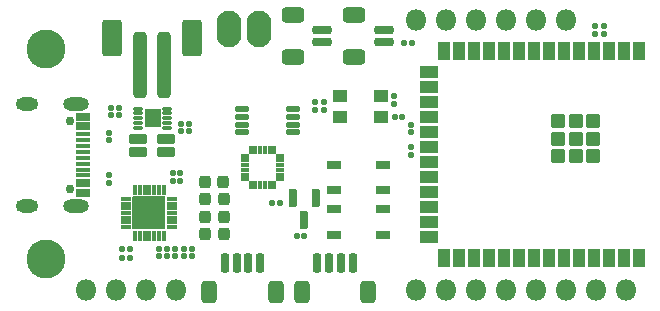
<source format=gbr>
%TF.GenerationSoftware,KiCad,Pcbnew,7.0.6*%
%TF.CreationDate,2023-10-17T01:06:07-04:00*%
%TF.ProjectId,tstick-5gw-pro-USB-V2-pcb,74737469-636b-42d3-9567-772d70726f2d,v0.0.2*%
%TF.SameCoordinates,Original*%
%TF.FileFunction,Soldermask,Top*%
%TF.FilePolarity,Negative*%
%FSLAX46Y46*%
G04 Gerber Fmt 4.6, Leading zero omitted, Abs format (unit mm)*
G04 Created by KiCad (PCBNEW 7.0.6) date 2023-10-17 01:06:07*
%MOMM*%
%LPD*%
G01*
G04 APERTURE LIST*
G04 Aperture macros list*
%AMRoundRect*
0 Rectangle with rounded corners*
0 $1 Rounding radius*
0 $2 $3 $4 $5 $6 $7 $8 $9 X,Y pos of 4 corners*
0 Add a 4 corners polygon primitive as box body*
4,1,4,$2,$3,$4,$5,$6,$7,$8,$9,$2,$3,0*
0 Add four circle primitives for the rounded corners*
1,1,$1+$1,$2,$3*
1,1,$1+$1,$4,$5*
1,1,$1+$1,$6,$7*
1,1,$1+$1,$8,$9*
0 Add four rect primitives between the rounded corners*
20,1,$1+$1,$2,$3,$4,$5,0*
20,1,$1+$1,$4,$5,$6,$7,0*
20,1,$1+$1,$6,$7,$8,$9,0*
20,1,$1+$1,$8,$9,$2,$3,0*%
G04 Aperture macros list end*
%ADD10RoundRect,0.300800X-0.250000X-2.500000X0.250000X-2.500000X0.250000X2.500000X-0.250000X2.500000X0*%
%ADD11RoundRect,0.300800X-0.550000X-1.250000X0.550000X-1.250000X0.550000X1.250000X-0.550000X1.250000X0*%
%ADD12RoundRect,0.150800X0.130000X0.100000X-0.130000X0.100000X-0.130000X-0.100000X0.130000X-0.100000X0*%
%ADD13RoundRect,0.150800X-0.130000X-0.100000X0.130000X-0.100000X0.130000X0.100000X-0.130000X0.100000X0*%
%ADD14RoundRect,0.150800X-0.100000X0.130000X-0.100000X-0.130000X0.100000X-0.130000X0.100000X0.130000X0*%
%ADD15RoundRect,0.150800X0.100000X-0.130000X0.100000X0.130000X-0.100000X0.130000X-0.100000X-0.130000X0*%
%ADD16O,2.101600X3.101600*%
%ADD17RoundRect,0.050800X0.525000X0.325000X-0.525000X0.325000X-0.525000X-0.325000X0.525000X-0.325000X0*%
%ADD18RoundRect,0.050800X-0.353199X-0.102000X0.353199X-0.102000X0.353199X0.102000X-0.353199X0.102000X0*%
%ADD19RoundRect,0.050800X-0.647700X-0.698500X0.647700X-0.698500X0.647700X0.698500X-0.647700X0.698500X0*%
%ADD20RoundRect,0.050800X0.327799X-0.102000X0.327799X0.102000X-0.327799X0.102000X-0.327799X-0.102000X0*%
%ADD21RoundRect,0.050800X-0.102000X-0.327799X0.102000X-0.327799X0.102000X0.327799X-0.102000X0.327799X0*%
%ADD22RoundRect,0.050800X-0.450000X0.750000X-0.450000X-0.750000X0.450000X-0.750000X0.450000X0.750000X0*%
%ADD23RoundRect,0.050800X-0.750000X-0.450000X0.750000X-0.450000X0.750000X0.450000X-0.750000X0.450000X0*%
%ADD24RoundRect,0.050800X0.450000X-0.750000X0.450000X0.750000X-0.450000X0.750000X-0.450000X-0.750000X0*%
%ADD25RoundRect,0.050800X0.500000X-0.500000X0.500000X0.500000X-0.500000X0.500000X-0.500000X-0.500000X0*%
%ADD26RoundRect,0.200800X0.150000X0.625000X-0.150000X0.625000X-0.150000X-0.625000X0.150000X-0.625000X0*%
%ADD27RoundRect,0.300800X0.350000X0.650000X-0.350000X0.650000X-0.350000X-0.650000X0.350000X-0.650000X0*%
%ADD28RoundRect,0.269550X-0.218750X-0.256250X0.218750X-0.256250X0.218750X0.256250X-0.218750X0.256250X0*%
%ADD29RoundRect,0.275800X0.225000X0.250000X-0.225000X0.250000X-0.225000X-0.250000X0.225000X-0.250000X0*%
%ADD30RoundRect,0.200800X0.625000X-0.150000X0.625000X0.150000X-0.625000X0.150000X-0.625000X-0.150000X0*%
%ADD31RoundRect,0.300800X0.650000X-0.350000X0.650000X0.350000X-0.650000X0.350000X-0.650000X-0.350000X0*%
%ADD32RoundRect,0.102000X0.500000X-0.425000X0.500000X0.425000X-0.500000X0.425000X-0.500000X-0.425000X0*%
%ADD33C,3.301600*%
%ADD34RoundRect,0.050800X0.403999X-0.102000X0.403999X0.102000X-0.403999X0.102000X-0.403999X-0.102000X0*%
%ADD35RoundRect,0.050800X-0.102000X-0.403999X0.102000X-0.403999X0.102000X0.403999X-0.102000X0.403999X0*%
%ADD36RoundRect,0.050800X-1.346200X-1.346200X1.346200X-1.346200X1.346200X1.346200X-1.346200X1.346200X0*%
%ADD37RoundRect,0.050800X-0.550000X-0.200000X0.550000X-0.200000X0.550000X0.200000X-0.550000X0.200000X0*%
%ADD38RoundRect,0.050800X-0.525000X-0.325000X0.525000X-0.325000X0.525000X0.325000X-0.525000X0.325000X0*%
%ADD39RoundRect,0.050800X0.671900X0.356000X-0.671900X0.356000X-0.671900X-0.356000X0.671900X-0.356000X0*%
%ADD40C,0.751600*%
%ADD41RoundRect,0.050800X-0.575000X0.300000X-0.575000X-0.300000X0.575000X-0.300000X0.575000X0.300000X0*%
%ADD42RoundRect,0.050800X-0.575000X0.150000X-0.575000X-0.150000X0.575000X-0.150000X0.575000X0.150000X0*%
%ADD43O,2.201600X1.101600*%
%ADD44O,1.901600X1.101600*%
%ADD45RoundRect,0.200800X-0.150000X0.587500X-0.150000X-0.587500X0.150000X-0.587500X0.150000X0.587500X0*%
%ADD46O,1.801600X1.801600*%
G04 APERTURE END LIST*
D10*
%TO.C,BT1*%
X111220000Y-52830000D03*
X113220000Y-52830000D03*
D11*
X108820000Y-50580000D03*
X115620000Y-50580000D03*
%TD*%
D12*
%TO.C,R23*%
X125125000Y-67350000D03*
X124485000Y-67350000D03*
%TD*%
D13*
%TO.C,R11*%
X113975000Y-61975000D03*
X114615000Y-61975000D03*
%TD*%
D14*
%TO.C,R18*%
X126050000Y-56008750D03*
X126050000Y-56648750D03*
%TD*%
D15*
%TO.C,R3*%
X115609300Y-69045000D03*
X115609300Y-68405000D03*
%TD*%
D16*
%TO.C,BT2*%
X118710000Y-49800000D03*
X121250000Y-49800000D03*
%TD*%
D15*
%TO.C,R19*%
X134160000Y-58540000D03*
X134160000Y-57900000D03*
%TD*%
%TO.C,CHARGLED1*%
X114899999Y-69030699D03*
X114899999Y-68390699D03*
%TD*%
D17*
%TO.C,SW2*%
X131800000Y-67200000D03*
X127650000Y-67200000D03*
X131800000Y-65050000D03*
X127650000Y-65050000D03*
%TD*%
D18*
%TO.C,FG1*%
X111077200Y-56550000D03*
X111077200Y-56950002D03*
X111077200Y-57350001D03*
X111077200Y-57750000D03*
X111077200Y-58150002D03*
X113460000Y-58150002D03*
X113460000Y-57750000D03*
X113460000Y-57350001D03*
X113460000Y-56950002D03*
X113460000Y-56550000D03*
D19*
X112268600Y-57350001D03*
%TD*%
D20*
%TO.C,IMU1*%
X120056800Y-60524999D03*
X120056800Y-60925001D03*
X120056800Y-61325000D03*
X120056800Y-61725000D03*
X120056800Y-62124999D03*
X120056800Y-62525001D03*
D21*
X120578399Y-63046600D03*
X120978401Y-63046600D03*
X121378400Y-63046600D03*
X121778400Y-63046600D03*
X122178399Y-63046600D03*
X122578401Y-63046600D03*
D20*
X123100000Y-62525001D03*
X123100000Y-62124999D03*
X123100000Y-61725000D03*
X123100000Y-61325000D03*
X123100000Y-60925001D03*
X123100000Y-60524999D03*
D21*
X122578401Y-60003400D03*
X122178399Y-60003400D03*
X121778400Y-60003400D03*
X121378400Y-60003400D03*
X120978401Y-60003400D03*
X120578399Y-60003400D03*
%TD*%
D22*
%TO.C,MCU1*%
X153430000Y-51700000D03*
X152160000Y-51700000D03*
X150890000Y-51700000D03*
X149620000Y-51700000D03*
X148350000Y-51700000D03*
X147080000Y-51700000D03*
X145810000Y-51700000D03*
X144540000Y-51700000D03*
X143270000Y-51700000D03*
X142000000Y-51700000D03*
X140730000Y-51700000D03*
X139460000Y-51700000D03*
X138190000Y-51700000D03*
X136920000Y-51700000D03*
D23*
X135670000Y-53465000D03*
X135670000Y-54735000D03*
X135670000Y-56005000D03*
X135670000Y-57275000D03*
X135670000Y-58545000D03*
X135670000Y-59815000D03*
X135670000Y-61085000D03*
X135670000Y-62355000D03*
X135670000Y-63625000D03*
X135670000Y-64895000D03*
X135670000Y-66165000D03*
X135670000Y-67435000D03*
D24*
X136920000Y-69200000D03*
X138190000Y-69200000D03*
X139460000Y-69200000D03*
X140730000Y-69200000D03*
X142000000Y-69200000D03*
X143270000Y-69200000D03*
X144540000Y-69200000D03*
X145810000Y-69200000D03*
X147080000Y-69200000D03*
X148350000Y-69200000D03*
X149620000Y-69200000D03*
X150890000Y-69200000D03*
X152160000Y-69200000D03*
X153430000Y-69200000D03*
D25*
X149580000Y-57590000D03*
X148080000Y-57590000D03*
X148080000Y-57590000D03*
X146580000Y-57590000D03*
X149580000Y-59090000D03*
X149580000Y-59090000D03*
X148080000Y-59090000D03*
X146580000Y-59090000D03*
X149580000Y-60590000D03*
X148080000Y-60590000D03*
X146580000Y-60590000D03*
%TD*%
D12*
%TO.C,R21*%
X123020000Y-64525000D03*
X122380000Y-64525000D03*
%TD*%
D15*
%TO.C,R6*%
X108590000Y-62840000D03*
X108590000Y-62200000D03*
%TD*%
%TO.C,R8*%
X112799999Y-69035699D03*
X112799999Y-68395699D03*
%TD*%
D26*
%TO.C,QWIIC1*%
X121390000Y-69570000D03*
X120390000Y-69570000D03*
X119390000Y-69570000D03*
X118390000Y-69570000D03*
D27*
X122690000Y-72095000D03*
X117090000Y-72095000D03*
%TD*%
D28*
%TO.C,L2*%
X116709300Y-64190700D03*
X118284300Y-64190700D03*
%TD*%
D26*
%TO.C,TrillExtensionInput1*%
X129210000Y-69570000D03*
X128210000Y-69570000D03*
X127210000Y-69570000D03*
X126210000Y-69570000D03*
D27*
X130510000Y-72095000D03*
X124910000Y-72095000D03*
%TD*%
D29*
%TO.C,C4*%
X118284300Y-67150700D03*
X116734300Y-67150700D03*
%TD*%
D15*
%TO.C,R4*%
X114199999Y-69035699D03*
X114199999Y-68395699D03*
%TD*%
D14*
%TO.C,C1*%
X115360000Y-57800000D03*
X115360000Y-58440000D03*
%TD*%
D30*
%TO.C,FSR1*%
X131885000Y-50890000D03*
X131885000Y-49890000D03*
D31*
X129360000Y-52190000D03*
X129360000Y-48590000D03*
%TD*%
D32*
%TO.C,PWLED1*%
X128100000Y-55475000D03*
X128100000Y-57225000D03*
X131600000Y-57225000D03*
X131600000Y-55475000D03*
%TD*%
D15*
%TO.C,C9*%
X149750000Y-50200000D03*
X149750000Y-49560000D03*
%TD*%
D30*
%TO.C,SW1*%
X126650000Y-50900000D03*
X126650000Y-49900000D03*
D31*
X124125000Y-52200000D03*
X124125000Y-48600000D03*
%TD*%
D14*
%TO.C,C13*%
X132725000Y-55480000D03*
X132725000Y-56120000D03*
%TD*%
D33*
%TO.C,H2*%
X103230000Y-69270000D03*
%TD*%
D14*
%TO.C,R9*%
X113499999Y-68395699D03*
X113499999Y-69035699D03*
%TD*%
D15*
%TO.C,R5*%
X150480000Y-50210000D03*
X150480000Y-49570000D03*
%TD*%
D33*
%TO.C,H1*%
X103230000Y-51490000D03*
%TD*%
D12*
%TO.C,C3*%
X110324999Y-69145699D03*
X109684999Y-69145699D03*
%TD*%
D15*
%TO.C,TH1*%
X109460000Y-57100000D03*
X109460000Y-56460000D03*
%TD*%
D14*
%TO.C,C14*%
X126770000Y-56008750D03*
X126770000Y-56648750D03*
%TD*%
D34*
%TO.C,U1*%
X110059299Y-64174999D03*
X110059299Y-64574998D03*
X110059299Y-64975000D03*
X110059299Y-65374999D03*
X110059299Y-65774998D03*
X110059299Y-66175000D03*
X110059299Y-66574999D03*
D35*
X110799999Y-67315699D03*
X111199998Y-67315699D03*
X111600000Y-67315699D03*
X111999999Y-67315699D03*
X112399998Y-67315699D03*
X112800000Y-67315699D03*
X113199999Y-67315699D03*
D34*
X113940699Y-66574999D03*
X113940699Y-66175000D03*
X113940699Y-65774998D03*
X113940699Y-65374999D03*
X113940699Y-64975000D03*
X113940699Y-64574998D03*
X113940699Y-64174999D03*
D35*
X113199999Y-63434299D03*
X112800000Y-63434299D03*
X112399998Y-63434299D03*
X111999999Y-63434299D03*
X111600000Y-63434299D03*
X111199998Y-63434299D03*
X110799999Y-63434299D03*
D36*
X111999999Y-65374999D03*
%TD*%
D14*
%TO.C,C2*%
X114640000Y-57815000D03*
X114640000Y-58455000D03*
%TD*%
D37*
%TO.C,U4*%
X119825000Y-56600000D03*
X119825000Y-57250000D03*
X119825000Y-57900000D03*
X119825000Y-58550000D03*
X124125000Y-58550000D03*
X124125000Y-57900000D03*
X124125000Y-57250000D03*
X124125000Y-56600000D03*
%TD*%
D38*
%TO.C,SW3*%
X127650000Y-61300000D03*
X131800000Y-61300000D03*
X127650000Y-63450000D03*
X131800000Y-63450000D03*
%TD*%
D29*
%TO.C,C5*%
X118259300Y-62730700D03*
X116709300Y-62730700D03*
%TD*%
D39*
%TO.C,R2*%
X113419900Y-60195000D03*
X113419900Y-59145000D03*
X111060100Y-59145000D03*
X111060100Y-60195000D03*
%TD*%
D15*
%TO.C,R12*%
X108750000Y-57120000D03*
X108750000Y-56480000D03*
%TD*%
D40*
%TO.C,J1*%
X105315000Y-57560000D03*
X105315000Y-63340000D03*
D41*
X106390000Y-57250000D03*
X106390000Y-58050000D03*
D42*
X106390000Y-59200000D03*
X106390000Y-60200000D03*
X106390000Y-60700000D03*
X106390000Y-61700000D03*
D41*
X106390000Y-62850000D03*
X106390000Y-63650000D03*
X106390000Y-63650000D03*
X106390000Y-62850000D03*
D42*
X106390000Y-62200000D03*
X106390000Y-61200000D03*
X106390000Y-59700000D03*
X106390000Y-58700000D03*
D41*
X106390000Y-58050000D03*
X106390000Y-57250000D03*
D43*
X105815000Y-56130000D03*
D44*
X101635000Y-56130000D03*
D43*
X105815000Y-64770000D03*
D44*
X101635000Y-64770000D03*
%TD*%
D45*
%TO.C,Q3*%
X126075000Y-64112500D03*
X124175000Y-64112500D03*
X125125000Y-65987500D03*
%TD*%
D46*
%TO.C,BOARDLAYOUT1*%
X134580000Y-49060000D03*
X137120000Y-49060000D03*
X139660000Y-49060000D03*
X142200000Y-49060000D03*
X144740000Y-49060000D03*
X147280000Y-49060000D03*
X152360000Y-71920000D03*
X149820000Y-71920000D03*
X147280000Y-71920000D03*
X144740000Y-71920000D03*
X142200000Y-71920000D03*
X139660000Y-71920000D03*
X137120000Y-71920000D03*
X134580000Y-71920000D03*
X114260000Y-71920000D03*
X111720000Y-71920000D03*
X109180000Y-71920000D03*
X106640000Y-71920000D03*
%TD*%
D14*
%TO.C,R20*%
X134160000Y-59810000D03*
X134160000Y-60450000D03*
%TD*%
D12*
%TO.C,R10*%
X114615000Y-62675000D03*
X113975000Y-62675000D03*
%TD*%
D14*
%TO.C,R7*%
X108590000Y-58570000D03*
X108590000Y-59210000D03*
%TD*%
D12*
%TO.C,C8*%
X110329999Y-68435699D03*
X109689999Y-68435699D03*
%TD*%
D13*
%TO.C,R1*%
X133590000Y-51010000D03*
X134230000Y-51010000D03*
%TD*%
D12*
%TO.C,R13*%
X133395000Y-57225000D03*
X132755000Y-57225000D03*
%TD*%
D28*
%TO.C,L1*%
X116721800Y-65680700D03*
X118296800Y-65680700D03*
%TD*%
M02*

</source>
